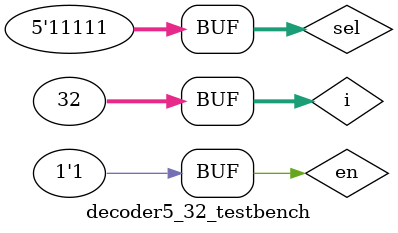
<source format=sv>
module decoder5_32 (
   output logic [31:0] d,
   input  logic [4:0]  sel,
   input  logic        en
   );

   logic [4:0] en_mid;
   decoder2_4 d2_4 (.d(en_mid), .sel(sel[4:3]), .en);
   
   genvar i;
   generate
      for (i = 0; i < 4; i++) begin : decoders3_8
         decoder3_8 d3_8 (
            .d(d[i * 8 + 7 : i * 8]),
            .sel(sel[2:0]),
            .en(en_mid[i])
         );
      end
   endgenerate
endmodule

module decoder5_32_testbench ();
   logic [31:0] d;
   logic [4:0]  sel;
   logic        en;

   decoder5_32 dut (.d, .sel, .en);

   integer i;
   initial begin
      en = 1'b0;
      for (i = 0; i < 32; i++) begin
         sel = i; #10;
      end
      sel = 5'b00000;
      en = 1'b1;
      for (i = 0; i < 32; i++) begin
         sel = i; #10;
      end
   end
endmodule

</source>
